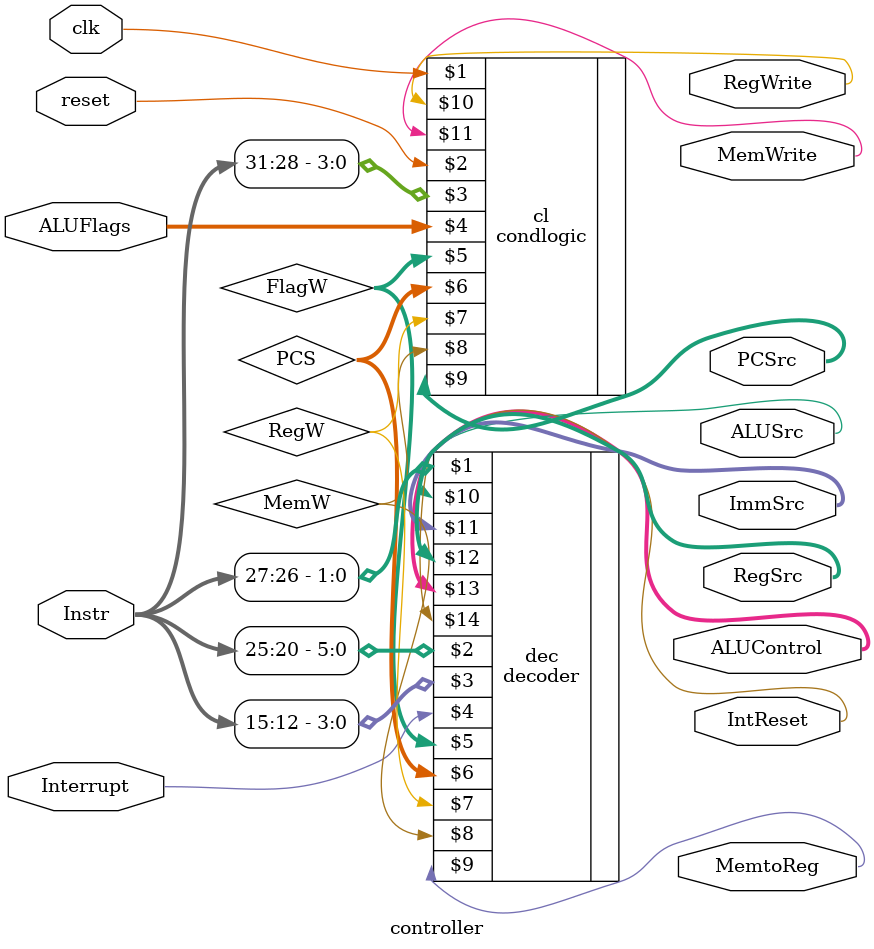
<source format=sv>
module controller(input logic clk, reset,
						input logic [31:12] Instr,
						input logic [3:0] ALUFlags,
						input logic Interrupt,
						output logic [1:0] RegSrc,
						output logic RegWrite,
						output logic [1:0] ImmSrc,
						output logic ALUSrc,
						output logic [1:0] ALUControl,
						output logic MemWrite, MemtoReg,
						output logic [1:0] PCSrc,
						output logic IntReset);
						
logic [1:0] FlagW;
logic [1:0]PCS;
logic RegW, MemW;

decoder dec(Instr[27:26], Instr[25:20], Instr[15:12], Interrupt,
			FlagW, PCS, RegW, MemW,MemtoReg, ALUSrc, ImmSrc, RegSrc, ALUControl, IntReset);
			
			
condlogic cl(clk, reset, Instr[31:28], ALUFlags, FlagW, PCS, RegW, MemW,
					PCSrc, RegWrite, MemWrite);
					
					
endmodule
</source>
